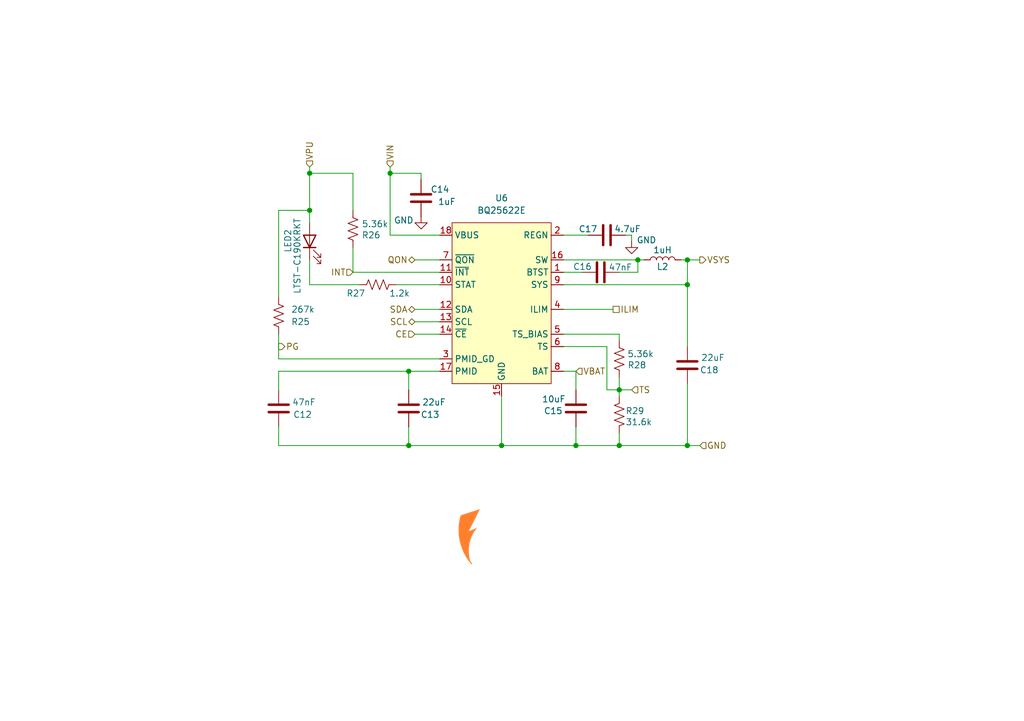
<source format=kicad_sch>
(kicad_sch (version 20231120) (generator "eeschema") (generator_version "8.0")
  (paper "A5")
  (title_block (title "BQ25622E charger circuit") (date "2024-10-11") (rev "0.9.0") (company "PowerFeather"))
  (lib_symbols
    (symbol "Device:C" (pin_numbers hide) (pin_names (offset 0.254))
      (property "Reference" "C" (at 0.635 2.54 0))
      (property "Value" "C" (at 0.635 -2.54 0))
      (symbol "C_0_1"
        (polyline (pts (xy -2.032 -0.762) (xy 2.032 -0.762)) (stroke (width 0.508)))
        (polyline (pts (xy -2.032 0.762) (xy 2.032 0.762)) (stroke (width 0.508)))
      )
      (symbol "C_1_1"
        (pin passive line (at 0 3.81 270) (length 2.794) (name "~") (number "1"))
        (pin passive line (at 0 -3.81 90) (length 2.794) (name "~") (number "2"))
      )
    )
    (symbol "Device:L" (pin_numbers hide) (pin_names (offset 1.016) hide)
      (property "Reference" "L" (at -1.27 0 90))
      (property "Value" "L" (at 1.905 0 90))
      (symbol "L_0_1"
        (arc (start 0 -2.54) (mid 0.6323 -1.905) (end 0 -1.27))
        (arc (start 0 -1.27) (mid 0.6323 -0.635) (end 0 0))
        (arc (start 0 0) (mid 0.6323 0.635) (end 0 1.27))
        (arc (start 0 1.27) (mid 0.6323 1.905) (end 0 2.54))
      )
      (symbol "L_1_1"
        (pin passive line (at 0 3.81 270) (length 1.27) (name "1") (number "1"))
        (pin passive line (at 0 -3.81 90) (length 1.27) (name "2") (number "2"))
      )
    )
    (symbol "Device:LED" (pin_numbers hide) (pin_names (offset 1.016) hide)
      (property "Reference" "D" (at 0 2.54 0))
      (property "Value" "LED" (at 0 -2.54 0))
      (symbol "LED_0_1"
        (polyline (pts (xy -1.27 -1.27) (xy -1.27 1.27)) (stroke (width 0.254)))
        (polyline (pts (xy -1.27 0) (xy 1.27 0)))
        (polyline (pts (xy 1.27 -1.27) (xy 1.27 1.27) (xy -1.27 0) (xy 1.27 -1.27)) (stroke (width 0.254)))
        (polyline (pts (xy -3.048 -0.762) (xy -4.572 -2.286) (xy -3.81 -2.286) (xy -4.572 -2.286) (xy -4.572 -1.524)))
        (polyline (pts (xy -1.778 -0.762) (xy -3.302 -2.286) (xy -2.54 -2.286) (xy -3.302 -2.286) (xy -3.302 -1.524)))
      )
      (symbol "LED_1_1"
        (pin passive line (at -3.81 0 0) (length 2.54) (name "K") (number "1"))
        (pin passive line (at 3.81 0 180) (length 2.54) (name "A") (number "2"))
      )
    )
    (symbol "Device:R_US" (pin_numbers hide) (pin_names (offset 0))
      (property "Reference" "R" (at 2.54 0 90))
      (property "Value" "R_US" (at -2.54 0 90))
      (symbol "R_US_0_1"
        (polyline (pts (xy 0 -2.286) (xy 0 -2.54)))
        (polyline (pts (xy 0 2.286) (xy 0 2.54)))
        (polyline (pts (xy 0 -0.762) (xy 1.016 -1.143) (xy 0 -1.524) (xy -1.016 -1.905) (xy 0 -2.286)))
        (polyline (pts (xy 0 0.762) (xy 1.016 0.381) (xy 0 0) (xy -1.016 -0.381) (xy 0 -0.762)))
        (polyline (pts (xy 0 2.286) (xy 1.016 1.905) (xy 0 1.524) (xy -1.016 1.143) (xy 0 0.762)))
      )
      (symbol "R_US_1_1"
        (pin passive line (at 0 3.81 270) (length 1.27) (name "~") (number "1"))
        (pin passive line (at 0 -3.81 90) (length 1.27) (name "~") (number "2"))
      )
    )
    (symbol "GND_1" (power) (pin_numbers hide) (pin_names (offset 0) hide)
      (property "Value" "GND" (at 0 -3.81 0))
      (symbol "GND_1_0_1"
        (polyline (pts (xy 0 0) (xy 0 -1.27) (xy 1.27 -1.27) (xy 0 -2.54) (xy -1.27 -1.27) (xy 0 -1.27)))
      )
      (symbol "GND_1_1_1"
        (pin power_in line (at 0 0 270) (length 0) (name "~") (number "1"))
      )
    )
    (symbol "PowerFeather_KiCAD_Lib:BQ25622E"
      (property "Reference" "U" (at 0 21.59 0))
      (property "Value" "BQ25622E" (at 0 19.05 0))
      (symbol "BQ25622E_0_1"
        (rectangle (start -10.16 17.78) (end 10.16 -15.24) (fill (type background)))
      )
      (symbol "BQ25622E_1_1"
        (pin power_out line (at 12.7 7.62 180) (length 2.54) (name "BTST") (number "1"))
        (pin output line (at -12.7 5.08 0) (length 2.54) (name "STAT") (number "10"))
        (pin output line (at -12.7 7.62 0) (length 2.54) (name "~{INT}") (number "11"))
        (pin bidirectional line (at -12.7 0 0) (length 2.54) (name "SDA") (number "12"))
        (pin input line (at -12.7 -2.54 0) (length 2.54) (name "SCL") (number "13"))
        (pin input line (at -12.7 -5.08 0) (length 2.54) (name "~{CE}") (number "14"))
        (pin input line (at 0 -17.78 90) (length 2.54) (name "GND") (number "15"))
        (pin power_out line (at 12.7 10.16 180) (length 2.54) (name "SW") (number "16"))
        (pin power_out line (at -12.7 -12.7 0) (length 2.54) (name "PMID") (number "17"))
        (pin power_in line (at -12.7 15.24 0) (length 2.54) (name "VBUS") (number "18"))
        (pin power_out line (at 12.7 15.24 180) (length 2.54) (name "REGN") (number "2"))
        (pin output line (at -12.7 -10.16 0) (length 2.54) (name "PMID_GD") (number "3"))
        (pin bidirectional line (at 12.7 0 180) (length 2.54) (name "ILIM") (number "4"))
        (pin power_out line (at 12.7 -5.08 180) (length 2.54) (name "TS_BIAS") (number "5"))
        (pin input line (at 12.7 -7.62 180) (length 2.54) (name "TS") (number "6"))
        (pin input line (at -12.7 10.16 0) (length 2.54) (name "~{QON}") (number "7"))
        (pin power_in line (at 12.7 -12.7 180) (length 2.54) (name "BAT") (number "8"))
        (pin power_out line (at 12.7 5.08 180) (length 2.54) (name "SYS") (number "9"))
      )
    )
  )
  (junction (at 118.11 91.44))
  (junction (at 83.82 76.2))
  (junction (at 102.87 91.44))
  (junction (at 83.82 91.44))
  (junction (at 80.01 35.56))
  (junction (at 127 91.44))
  (junction (at 140.97 58.42))
  (junction (at 130.81 53.34))
  (junction (at 127 80.01))
  (junction (at 63.5 43.18))
  (junction (at 63.5 35.56))
  (junction (at 140.97 53.34))
  (junction (at 140.97 91.44))
  (wire (pts (xy 90.17 63.5) (xy 85.09 63.5)))
  (wire (pts (xy 63.5 58.42) (xy 73.66 58.42)))
  (wire (pts (xy 72.39 35.56) (xy 63.5 35.56)))
  (wire (pts (xy 115.57 71.12) (xy 124.46 71.12)))
  (wire (pts (xy 139.7 53.34) (xy 140.97 53.34)))
  (wire (pts (xy 127 77.47) (xy 127 80.01)))
  (wire (pts (xy 83.82 87.63) (xy 83.82 91.44)))
  (wire (pts (xy 57.15 80.01) (xy 57.15 76.2)))
  (wire (pts (xy 124.46 80.01) (xy 127 80.01)))
  (wire (pts (xy 80.01 48.26) (xy 90.17 48.26)))
  (wire (pts (xy 80.01 35.56) (xy 80.01 34.29)))
  (wire (pts (xy 118.11 76.2) (xy 118.11 80.01)))
  (wire (pts (xy 118.11 87.63) (xy 118.11 91.44)))
  (wire (pts (xy 86.36 35.56) (xy 86.36 36.83)))
  (wire (pts (xy 102.87 91.44) (xy 118.11 91.44)))
  (wire (pts (xy 72.39 50.8) (xy 72.39 55.88)))
  (wire (pts (xy 83.82 76.2) (xy 83.82 80.01)))
  (wire (pts (xy 140.97 78.74) (xy 140.97 91.44)))
  (wire (pts (xy 83.82 91.44) (xy 102.87 91.44)))
  (wire (pts (xy 127 80.01) (xy 127 81.28)))
  (wire (pts (xy 124.46 71.12) (xy 124.46 80.01)))
  (wire (pts (xy 140.97 53.34) (xy 140.97 58.42)))
  (wire (pts (xy 63.5 34.29) (xy 63.5 35.56)))
  (wire (pts (xy 85.09 68.58) (xy 90.17 68.58)))
  (wire (pts (xy 57.15 87.63) (xy 57.15 91.44)))
  (wire (pts (xy 80.01 35.56) (xy 86.36 35.56)))
  (wire (pts (xy 115.57 48.26) (xy 120.65 48.26)))
  (wire (pts (xy 118.11 91.44) (xy 127 91.44)))
  (wire (pts (xy 115.57 63.5) (xy 125.73 63.5)))
  (wire (pts (xy 57.15 91.44) (xy 83.82 91.44)))
  (wire (pts (xy 57.15 60.96) (xy 57.15 43.18)))
  (wire (pts (xy 130.81 55.88) (xy 130.81 53.34)))
  (wire (pts (xy 127 55.88) (xy 130.81 55.88)))
  (wire (pts (xy 57.15 76.2) (xy 83.82 76.2)))
  (wire (pts (xy 140.97 91.44) (xy 143.51 91.44)))
  (wire (pts (xy 127 68.58) (xy 127 69.85)))
  (wire (pts (xy 85.09 66.04) (xy 90.17 66.04)))
  (wire (pts (xy 127 91.44) (xy 140.97 91.44)))
  (wire (pts (xy 85.09 53.34) (xy 90.17 53.34)))
  (wire (pts (xy 140.97 58.42) (xy 140.97 71.12)))
  (wire (pts (xy 129.54 48.26) (xy 129.54 49.53)))
  (wire (pts (xy 115.57 55.88) (xy 119.38 55.88)))
  (wire (pts (xy 81.28 58.42) (xy 90.17 58.42)))
  (wire (pts (xy 63.5 43.18) (xy 63.5 45.72)))
  (wire (pts (xy 127 88.9) (xy 127 91.44)))
  (wire (pts (xy 72.39 55.88) (xy 90.17 55.88)))
  (wire (pts (xy 83.82 76.2) (xy 90.17 76.2)))
  (wire (pts (xy 102.87 81.28) (xy 102.87 91.44)))
  (wire (pts (xy 127 80.01) (xy 129.54 80.01)))
  (wire (pts (xy 115.57 68.58) (xy 127 68.58)))
  (wire (pts (xy 63.5 58.42) (xy 63.5 53.34)))
  (wire (pts (xy 80.01 48.26) (xy 80.01 35.56)))
  (wire (pts (xy 128.27 48.26) (xy 129.54 48.26)))
  (wire (pts (xy 72.39 35.56) (xy 72.39 43.18)))
  (wire (pts (xy 115.57 58.42) (xy 140.97 58.42)))
  (wire (pts (xy 57.15 68.58) (xy 57.15 73.66)))
  (wire (pts (xy 57.15 43.18) (xy 63.5 43.18)))
  (wire (pts (xy 115.57 53.34) (xy 130.81 53.34)))
  (wire (pts (xy 130.81 53.34) (xy 132.08 53.34)))
  (wire (pts (xy 140.97 53.34) (xy 143.51 53.34)))
  (wire (pts (xy 115.57 76.2) (xy 118.11 76.2)))
  (wire (pts (xy 63.5 35.56) (xy 63.5 43.18)))
  (wire (pts (xy 57.15 73.66) (xy 90.17 73.66)))
  (image (at 96.52 110.236) (scale 0.0917897))
  (hierarchical_label "TS" (shape input) (at 129.54 80.01 0))
  (hierarchical_label "VIN" (shape input) (at 80.01 34.29 90))
  (hierarchical_label "QON" (shape bidirectional) (at 85.09 53.34 180))
  (hierarchical_label "PG" (shape output) (at 57.15 71.12 0))
  (hierarchical_label "SCL" (shape bidirectional) (at 85.09 66.04 180))
  (hierarchical_label "VSYS" (shape output) (at 143.51 53.34 0))
  (hierarchical_label "GND" (shape input) (at 143.51 91.44 0))
  (hierarchical_label "CE" (shape input) (at 85.09 68.58 180))
  (hierarchical_label "VBAT" (shape input) (at 118.11 76.2 0))
  (hierarchical_label "SDA" (shape bidirectional) (at 85.09 63.5 180))
  (hierarchical_label "ILIM" (shape passive) (at 125.73 63.5 0))
  (hierarchical_label "INT" (shape input) (at 72.39 55.88 180))
  (hierarchical_label "VPU" (shape input) (at 63.5 34.29 90))
  (symbol (lib_id "Device:C") (at 123.19 55.88 270) (unit 1)
    (property "Reference" "C16" (at 121.412 54.737 90) (effects (justify right)))
    (property "Value" "47nF" (at 129.667 54.864 90) (effects (justify right)))
    (property "Footprint" "Capacitor_SMD:C_0402_1005Metric" (effects (hide yes)))
    (property "Datasheet" "https://www.mouser.ph/datasheet/2/210/WTC_MLCC_General_Purpose-1534899.pdf" (effects (hide yes)))
    (property "Comment" "25V,  X7R" (effects (hide yes)))
    (property "MPN" "791-0402B473K250CT" (effects (hide yes)))
    (instances (project "powerups" (path "" (reference "C16") (unit 1))) (project "esp32s3-powerfeather" (path "" (reference "C17") (unit 1))))
  )
  (symbol (lib_id "Device:C") (at 118.11 83.82 180) (unit 1)
    (property "Reference" "C15" (at 111.506 84.328 0) (effects (justify right)))
    (property "Value" "10uF" (at 111.125 81.915 0) (effects (justify right)))
    (property "Footprint" "Capacitor_SMD:C_0603_1608Metric" (effects (hide yes)))
    (property "Datasheet" "https://www.mouser.ph/datasheet/2/585/MLCC-1837944.pdf" (effects (hide yes)))
    (property "Comment" "10V, X5R" (effects (hide yes)))
    (property "MPN" "187-CL10A106KP8NNWC" (effects (hide yes)))
    (instances (project "powerups" (path "" (reference "C15") (unit 1))) (project "esp32s3-powerfeather" (path "" (reference "C16") (unit 1))))
  )
  (symbol (lib_id "Device:R_US") (at 57.15 64.77 0) (unit 1)
    (property "Reference" "R25" (at 59.69 66.04 0) (effects (justify left)))
    (property "Value" "267k" (at 59.69 63.5 0) (effects (justify left)))
    (property "Footprint" "Resistor_SMD:R_0402_1005Metric" (effects (hide yes)))
    (property "Datasheet" "https://www.mouser.ph/datasheet/2/447/PYu_AC_51_RoHS_L_9-3005297.pdf" (effects (hide yes)))
    (property "MPN" "603-AC0402FR-07267KL" (effects (hide yes)))
    (instances (project "powerups" (path "" (reference "R25") (unit 1))) (project "esp32s3-powerfeather" (path "" (reference "R12") (unit 1))))
  )
  (symbol (lib_id "Device:R_US") (at 77.47 58.42 90) (unit 1)
    (property "Reference" "R27" (at 74.93 60.198 90) (effects (justify left)))
    (property "Value" "1.2k" (at 84.074 60.198 90) (effects (justify left)))
    (property "Footprint" "Resistor_SMD:R_0402_1005Metric" (effects (hide yes)))
    (property "Datasheet" "https://www.mouser.ph/datasheet/2/447/PYu_AC_51_RoHS_L_9-3005297.pdf" (effects (hide yes)))
    (property "MPN" "603-AC0402FR-07845RL" (effects (hide yes)))
    (instances (project "powerups" (path "" (reference "R27") (unit 1))) (project "esp32s3-powerfeather" (path "" (reference "R14") (unit 1))))
  )
  (symbol (lib_id "Device:L") (at 135.89 53.34 90) (unit 1)
    (property "Reference" "L2" (at 135.89 54.737 90))
    (property "Value" "1uH" (at 135.89 51.308 90))
    (property "Footprint" "Inductor_SMD:L_1008_2520Metric" (effects (hide yes)))
    (property "Datasheet" "https://www.mouser.jp/datasheet/2/281/1/J_E_TE243A_0032-2303193.pdf" (effects (hide yes)))
    (property "MPN" "81-DFE252012P-1R0MP2" (effects (hide yes)))
    (instances (project "powerups" (path "" (reference "L2") (unit 1))) (project "esp32s3-powerfeather" (path "" (reference "L1") (unit 1))))
  )
  (symbol (lib_id "Device:C") (at 140.97 74.93 0) (mirror y) (unit 1)
    (property "Reference" "C18" (at 143.51 75.946 0) (effects (justify right)))
    (property "Value" "22uF" (at 143.764 73.406 0) (effects (justify right)))
    (property "Footprint" "Capacitor_SMD:C_0805_2012Metric" (effects (hide yes)))
    (property "Datasheet" "https://www.mouser.com/datasheet/2/585/MLCC-1837944.pdf" (effects (hide yes)))
    (property "Comment" "25V, X5R" (effects (hide yes)))
    (property "MPN" "187-CL21A226MAYNNNE" (effects (hide yes)))
    (instances (project "powerups" (path "" (reference "C18") (unit 1))) (project "esp32s3-powerfeather" (path "" (reference "C19") (unit 1))))
  )
  (symbol (lib_id "PowerFeather_KiCAD_Lib:BQ25622E") (at 102.87 63.5 0) (unit 1)
    (property "Reference" "U6" (at 102.87 40.64 0))
    (property "Value" "BQ25622E" (at 102.87 43.18 0))
    (property "Footprint" "PowerFeather_KiCAD_Lib:BQ25622E" (effects (hide yes)))
    (property "Datasheet" "https://www.ti.com/lit/gpn/bq25622e" (effects (hide yes)))
    (property "Description" "BQ25622E I2C Controlled 1-Cell, 3A, Maximum 18V Input, Buck Battery Charger with NVDC Power Path Management" (effects (hide yes)))
    (property "MPN" "595-BQ25622RYKR" (effects (hide yes)))
  )
  (symbol (lib_id "Device:R_US") (at 72.39 46.99 0) (unit 1)
    (property "Reference" "R26" (at 74.168 48.26 0) (effects (justify left)))
    (property "Value" "5.36k" (at 74.168 45.974 0) (effects (justify left)))
    (property "Footprint" "Resistor_SMD:R_0402_1005Metric" (effects (hide yes)))
    (property "Datasheet" "https://www.mouser.ph/datasheet/2/447/PYu_RT_1_to_0_01_RoHS_L_12-3003070.pdf" (effects (hide yes)))
    (property "MPN" "603-RT0402BRD075K36L" (effects (hide yes)))
    (instances (project "powerups" (path "" (reference "R26") (unit 1))) (project "esp32s3-powerfeather" (path "" (reference "R13") (unit 1))))
  )
  (symbol (lib_name "GND_1") (lib_id "power:GND") (at 129.54 49.53 0) (mirror y) (unit 1)
    (property "Reference" "#PWR022" (effects (hide yes)))
    (property "Value" "GND" (at 132.588 49.276 0))
    (property "Description" "Power symbol creates a global label with name \"GND\" , ground" (effects (hide yes)))
  )
  (symbol (lib_id "Device:LED") (at 63.5 49.53 90) (unit 1)
    (property "Reference" "LED2" (at 59.055 46.99 0) (effects (justify right)))
    (property "Value" "LTST-C190KRKT" (at 60.96 44.704 0) (effects (justify right)))
    (property "Footprint" "LED_SMD:LED_0603_1608Metric" (effects (hide yes)))
    (property "Datasheet" "https://www.mouser.ph/datasheet/2/239/LTST_C190KRKT-1141828.pdf" (effects (hide yes)))
    (property "Description" "Red LED" (effects (hide yes)))
    (property "MPN" "859-LTST-C190KRKT" (effects (hide yes)))
  )
  (symbol (lib_id "Device:C") (at 57.15 83.82 0) (unit 1)
    (property "Reference" "C12" (at 64.008 85.09 0) (effects (justify right)))
    (property "Value" "47nF" (at 64.77 82.55 0) (effects (justify right)))
    (property "Footprint" "Capacitor_SMD:C_0402_1005Metric" (effects (hide yes)))
    (property "Datasheet" "https://www.mouser.ph/datasheet/2/210/WTC_MLCC_General_Purpose-1534899.pdf" (effects (hide yes)))
    (property "Comment" "25V,  X7R" (effects (hide yes)))
    (property "MPN" "791-0402B473K250CT" (effects (hide yes)))
    (instances (project "powerups" (path "" (reference "C12") (unit 1))) (project "esp32s3-powerfeather" (path "" (reference "C13") (unit 1))))
  )
  (symbol (lib_id "Device:C") (at 83.82 83.82 0) (unit 1)
    (property "Reference" "C13" (at 90.17 85.09 0) (effects (justify right)))
    (property "Value" "22uF" (at 91.44 82.55 0) (effects (justify right)))
    (property "Footprint" "Capacitor_SMD:C_0805_2012Metric" (effects (hide yes)))
    (property "Datasheet" "https://www.mouser.com/datasheet/2/585/MLCC-1837944.pdf" (effects (hide yes)))
    (property "Comment" "25V, X5R" (effects (hide yes)))
    (property "MPN" "187-CL21A226MAYNNNE" (effects (hide yes)))
    (instances (project "powerups" (path "" (reference "C13") (unit 1))) (project "esp32s3-powerfeather" (path "" (reference "C14") (unit 1))))
  )
  (symbol (lib_id "Device:R_US") (at 127 73.66 180) (unit 1)
    (property "Reference" "R28" (at 132.588 74.93 0) (effects (justify left)))
    (property "Value" "5.36k" (at 134.112 72.644 0) (effects (justify left)))
    (property "Footprint" "Resistor_SMD:R_0402_1005Metric" (effects (hide yes)))
    (property "Datasheet" "https://www.mouser.ph/datasheet/2/447/PYu_RT_1_to_0_01_RoHS_L_12-3003070.pdf" (effects (hide yes)))
    (property "MPN" "603-RT0402BRD075K36L" (effects (hide yes)))
    (instances (project "powerups" (path "" (reference "R28") (unit 1))) (project "esp32s3-powerfeather" (path "" (reference "R16") (unit 1))))
  )
  (symbol (lib_id "Device:R_US") (at 127 85.09 0) (mirror x) (unit 1)
    (property "Reference" "R29" (at 128.27 84.328 0) (effects (justify left)))
    (property "Value" "31.6k" (at 128.27 86.614 0) (effects (justify left)))
    (property "Footprint" "Resistor_SMD:R_0402_1005Metric" (effects (hide yes)))
    (property "Datasheet" "https://www.mouser.ph/datasheet/2/447/PYu_RT_1_to_0_01_RoHS_L_12-3003070.pdf" (effects (hide yes)))
    (property "MPN" "603-RT0402BRD0731K6L" (effects (hide yes)))
    (instances (project "powerups" (path "" (reference "R29") (unit 1))) (project "esp32s3-powerfeather" (path "" (reference "R17") (unit 1))))
  )
  (symbol (lib_name "GND_1") (lib_id "power:GND") (at 86.36 44.45 0) (unit 1)
    (property "Reference" "#PWR021" (effects (hide yes)))
    (property "Value" "GND" (at 82.804 45.212 0))
    (property "Description" "Power symbol creates a global label with name \"GND\" , ground" (effects (hide yes)))
  )
  (symbol (lib_id "Device:C") (at 86.36 40.64 0) (unit 1)
    (property "Reference" "C14" (at 92.202 38.862 0) (effects (justify right)))
    (property "Value" "1uF" (at 93.472 41.402 0) (effects (justify right)))
    (property "Footprint" "Capacitor_SMD:C_0402_1005Metric" (effects (hide yes)))
    (property "Datasheet" "https://www.mouser.ph/datasheet/2/281/1/GRM155R61E105MA12_01A-1983855.pdf" (effects (hide yes)))
    (property "Comment" "25V, X5R" (effects (hide yes)))
    (property "MPN" "81-GRM155R61E105MA2J" (effects (hide yes)))
    (instances (project "powerups" (path "" (reference "C14") (unit 1))) (project "esp32s3-powerfeather" (path "" (reference "C15") (unit 1))))
  )
  (symbol (lib_id "Device:C") (at 124.46 48.26 270) (unit 1)
    (property "Reference" "C17" (at 122.555 46.99 90) (effects (justify right)))
    (property "Value" "4.7uF" (at 131.445 46.99 90) (effects (justify right)))
    (property "Footprint" "Capacitor_SMD:C_0603_1608Metric" (effects (hide yes)))
    (property "Datasheet" "https://www.mouser.ph/datasheet/2/585/MLCC-1837944.pdf" (effects (hide yes)))
    (property "Comment" "10V, X5R" (effects (hide yes)))
    (property "MPN" "187-CL10A475KP8NNND" (effects (hide yes)))
    (instances (project "powerups" (path "" (reference "C17") (unit 1))) (project "esp32s3-powerfeather" (path "" (reference "C18") (unit 1))))
  )
)
</source>
